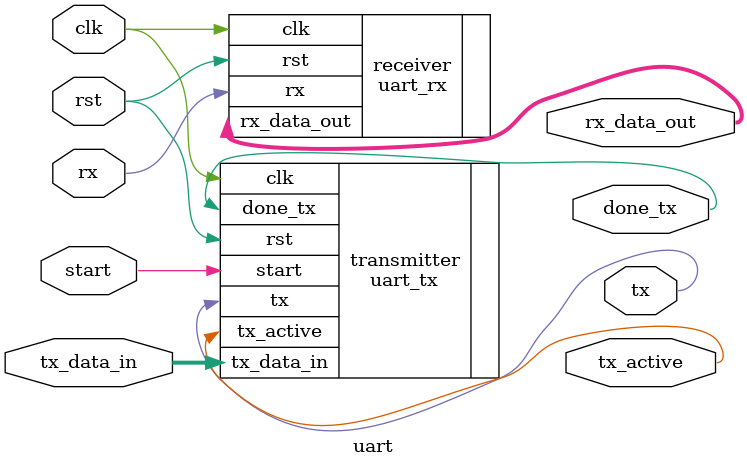
<source format=v>
/*
 *  Copyright (C) 2018  Siddharth J <www.siddharth.pro>
 *
 *  Permission to use, copy, modify, and/or distribute this software for any
 *  purpose with or without fee is hereby granted, provided that the above
 *  copyright notice and this permission notice appear in all copies.
 *
 *  THE SOFTWARE IS PROVIDED "AS IS" AND THE AUTHOR DISCLAIMS ALL WARRANTIES
 *  WITH REGARD TO THIS SOFTWARE INCLUDING ALL IMPLIED WARRANTIES OF
 *  MERCHANTABILITY AND FITNESS. IN NO EVENT SHALL THE AUTHOR BE LIABLE FOR
 *  ANY SPECIAL, DIRECT, INDIRECT, OR CONSEQUENTIAL DAMAGES OR ANY DAMAGES
 *  WHATSOEVER RESULTING FROM LOSS OF USE, DATA OR PROFITS, WHETHER IN AN
 *  ACTION OF CONTRACT, NEGLIGENCE OR OTHER TORTIOUS ACTION, ARISING OUT OF
 *  OR IN CONNECTION WITH THE USE OR PERFORMANCE OF THIS SOFTWARE.
 *
 */

module uart(clk,rst,rx,tx_data_in,start,rx_data_out,tx,tx_active,done_tx);

parameter clk_freq = 50000000; //MHz
parameter baud_rate = 19200; //bits per second
parameter clock_divide = (clk_freq/baud_rate);

  input clk,rst; 
  input rx;
  input [7:0] tx_data_in;
  input start;
  output tx; 
  output [7:0] rx_data_out;
  output tx_active;
  output done_tx;
	
	
uart_rx 
       #(.clk_freq(clk_freq),
	 .baud_rate(baud_rate)
	)
      receiver
             (
              .clk(clk),
	      .rst(rst),
	      .rx(rx),
	      .rx_data_out(rx_data_out)
             );


uart_tx 
       #(.clk_freq(clk_freq),
	 .baud_rate(baud_rate)
        )
      transmitter			 
               (               
                .clk(clk),
		.rst(rst),
		.start(start),
		.tx_data_in(tx_data_in),
		.tx(tx),
		.tx_active(tx_active),
		.done_tx(done_tx)
               );

endmodule

</source>
